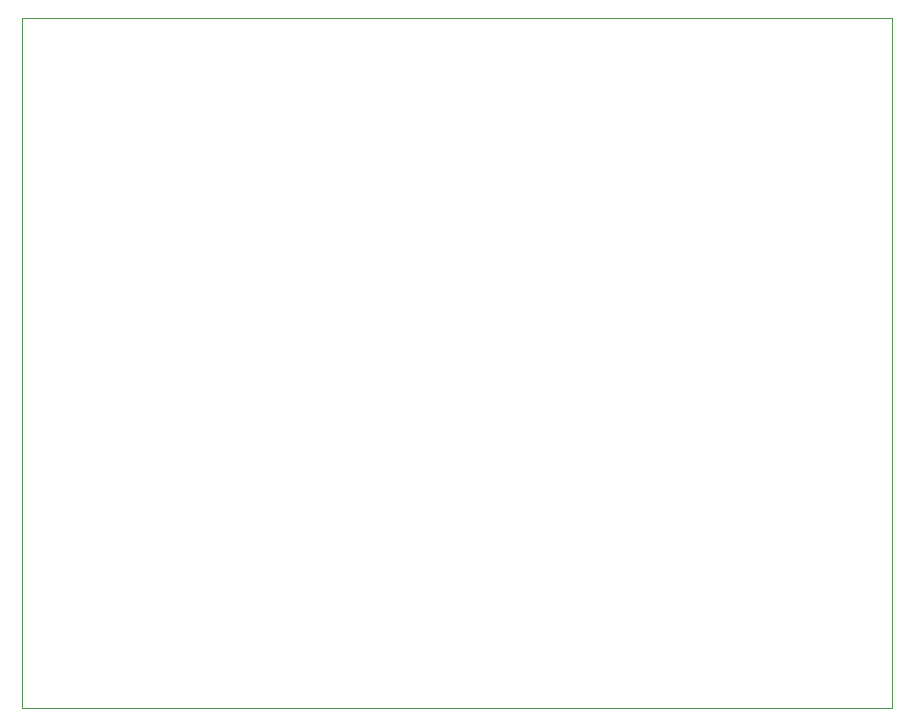
<source format=gbr>
%TF.GenerationSoftware,KiCad,Pcbnew,(5.1.6)-1*%
%TF.CreationDate,2020-11-03T02:47:29-08:00*%
%TF.ProjectId,Power Board V2,506f7765-7220-4426-9f61-72642056322e,rev?*%
%TF.SameCoordinates,Original*%
%TF.FileFunction,Profile,NP*%
%FSLAX46Y46*%
G04 Gerber Fmt 4.6, Leading zero omitted, Abs format (unit mm)*
G04 Created by KiCad (PCBNEW (5.1.6)-1) date 2020-11-03 02:47:29*
%MOMM*%
%LPD*%
G01*
G04 APERTURE LIST*
%TA.AperFunction,Profile*%
%ADD10C,0.100000*%
%TD*%
G04 APERTURE END LIST*
D10*
X102870000Y-133350000D02*
X102870000Y-74930000D01*
X176530000Y-133350000D02*
X102870000Y-133350000D01*
X176530000Y-74930000D02*
X176530000Y-133350000D01*
X102870000Y-74930000D02*
X176530000Y-74930000D01*
M02*

</source>
